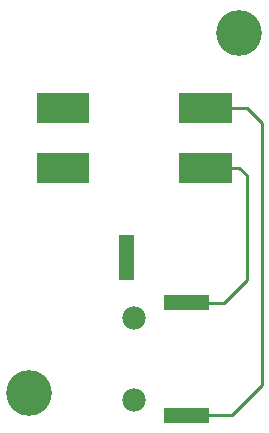
<source format=gbr>
G04 start of page 2 for group 0 idx 0 *
G04 Title: (unknown), top *
G04 Creator: pcb 4.2.2 *
G04 CreationDate: Wed Nov 22 19:00:24 2023 UTC *
G04 For: thomasc *
G04 Format: Gerber/RS-274X *
G04 PCB-Dimensions (mil): 1000.00 1500.00 *
G04 PCB-Coordinate-Origin: lower left *
%MOIN*%
%FSLAX25Y25*%
%LNTOP*%
%ADD14C,0.1520*%
%ADD13C,0.0001*%
%ADD12C,0.0780*%
%ADD11C,0.0100*%
G54D11*X72500Y7500D02*X82500D01*
X92500Y17500D01*
X72500Y45000D02*X80000D01*
X87500Y52500D01*
Y87500D01*
X85000Y90000D01*
X80000D01*
X92500Y17500D02*Y105000D01*
X87500Y110000D01*
X80000D01*
G54D12*X50000Y12500D03*
Y40000D03*
G54D13*G36*
X60000Y10000D02*Y5000D01*
X75000D01*
Y10000D01*
X60000D01*
G37*
G36*
Y47500D02*Y42500D01*
X75000D01*
Y47500D01*
X60000D01*
G37*
G36*
X50000Y67500D02*X45000D01*
Y52500D01*
X50000D01*
Y67500D01*
G37*
G36*
X17500Y115000D02*Y105000D01*
X35000D01*
Y115000D01*
X17500D01*
G37*
G36*
Y95000D02*Y85000D01*
X35000D01*
Y95000D01*
X17500D01*
G37*
G36*
X65000D02*Y85000D01*
X82500D01*
Y95000D01*
X65000D01*
G37*
G36*
Y115000D02*Y105000D01*
X82500D01*
Y115000D01*
X65000D01*
G37*
G54D14*X15000Y15000D03*
X85000Y135000D03*
G54D12*M02*

</source>
